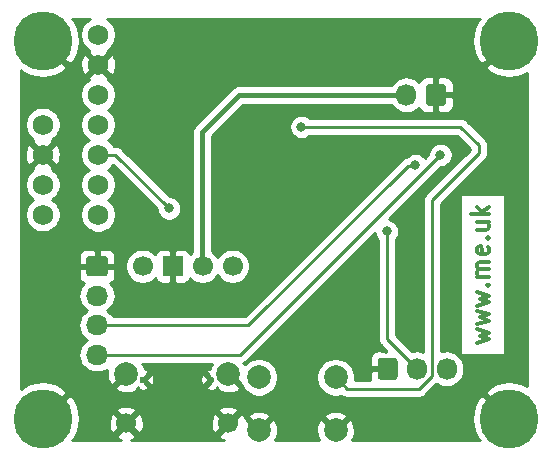
<source format=gbr>
%TF.GenerationSoftware,KiCad,Pcbnew,(5.1.9-0-10_14)*%
%TF.CreationDate,2021-03-08T13:23:50+00:00*%
%TF.ProjectId,EnvMon,456e764d-6f6e-42e6-9b69-6361645f7063,1*%
%TF.SameCoordinates,Original*%
%TF.FileFunction,Copper,L1,Top*%
%TF.FilePolarity,Positive*%
%FSLAX46Y46*%
G04 Gerber Fmt 4.6, Leading zero omitted, Abs format (unit mm)*
G04 Created by KiCad (PCBNEW (5.1.9-0-10_14)) date 2021-03-08 13:23:50*
%MOMM*%
%LPD*%
G01*
G04 APERTURE LIST*
%TA.AperFunction,NonConductor*%
%ADD10C,0.300000*%
%TD*%
%TA.AperFunction,ComponentPad*%
%ADD11O,1.850000X1.700000*%
%TD*%
%TA.AperFunction,ComponentPad*%
%ADD12C,1.700000*%
%TD*%
%TA.AperFunction,ComponentPad*%
%ADD13C,2.000000*%
%TD*%
%TA.AperFunction,ComponentPad*%
%ADD14C,0.600000*%
%TD*%
%TA.AperFunction,ComponentPad*%
%ADD15C,1.750000*%
%TD*%
%TA.AperFunction,ComponentPad*%
%ADD16C,5.000000*%
%TD*%
%TA.AperFunction,ComponentPad*%
%ADD17R,1.700000X1.700000*%
%TD*%
%TA.AperFunction,ComponentPad*%
%ADD18O,1.700000X1.850000*%
%TD*%
%TA.AperFunction,ViaPad*%
%ADD19C,0.800000*%
%TD*%
%TA.AperFunction,Conductor*%
%ADD20C,0.250000*%
%TD*%
%TA.AperFunction,Conductor*%
%ADD21C,0.400000*%
%TD*%
%TA.AperFunction,Conductor*%
%ADD22C,0.254000*%
%TD*%
%TA.AperFunction,Conductor*%
%ADD23C,0.100000*%
%TD*%
G04 APERTURE END LIST*
D10*
X159178571Y-106485714D02*
X160178571Y-106200000D01*
X159464285Y-105914285D01*
X160178571Y-105628571D01*
X159178571Y-105342857D01*
X159178571Y-104914285D02*
X160178571Y-104628571D01*
X159464285Y-104342857D01*
X160178571Y-104057142D01*
X159178571Y-103771428D01*
X159178571Y-103342857D02*
X160178571Y-103057142D01*
X159464285Y-102771428D01*
X160178571Y-102485714D01*
X159178571Y-102200000D01*
X160035714Y-101628571D02*
X160107142Y-101557142D01*
X160178571Y-101628571D01*
X160107142Y-101700000D01*
X160035714Y-101628571D01*
X160178571Y-101628571D01*
X160178571Y-100914285D02*
X159178571Y-100914285D01*
X159321428Y-100914285D02*
X159250000Y-100842857D01*
X159178571Y-100700000D01*
X159178571Y-100485714D01*
X159250000Y-100342857D01*
X159392857Y-100271428D01*
X160178571Y-100271428D01*
X159392857Y-100271428D02*
X159250000Y-100200000D01*
X159178571Y-100057142D01*
X159178571Y-99842857D01*
X159250000Y-99700000D01*
X159392857Y-99628571D01*
X160178571Y-99628571D01*
X160107142Y-98342857D02*
X160178571Y-98485714D01*
X160178571Y-98771428D01*
X160107142Y-98914285D01*
X159964285Y-98985714D01*
X159392857Y-98985714D01*
X159250000Y-98914285D01*
X159178571Y-98771428D01*
X159178571Y-98485714D01*
X159250000Y-98342857D01*
X159392857Y-98271428D01*
X159535714Y-98271428D01*
X159678571Y-98985714D01*
X160035714Y-97628571D02*
X160107142Y-97557142D01*
X160178571Y-97628571D01*
X160107142Y-97700000D01*
X160035714Y-97628571D01*
X160178571Y-97628571D01*
X159178571Y-96271428D02*
X160178571Y-96271428D01*
X159178571Y-96914285D02*
X159964285Y-96914285D01*
X160107142Y-96842857D01*
X160178571Y-96700000D01*
X160178571Y-96485714D01*
X160107142Y-96342857D01*
X160035714Y-96271428D01*
X160178571Y-95557142D02*
X158678571Y-95557142D01*
X159607142Y-95414285D02*
X160178571Y-94985714D01*
X159178571Y-94985714D02*
X159750000Y-95557142D01*
D11*
%TO.P,J2,4*%
%TO.N,Net-(J2-Pad4)*%
X127000000Y-107500000D03*
%TO.P,J2,3*%
%TO.N,Net-(J2-Pad3)*%
X127000000Y-105000000D03*
%TO.P,J2,2*%
%TO.N,+3V3*%
X127000000Y-102500000D03*
%TO.P,J2,1*%
%TO.N,GND*%
%TA.AperFunction,ComponentPad*%
G36*
G01*
X126325000Y-99150000D02*
X127675000Y-99150000D01*
G75*
G02*
X127925000Y-99400000I0J-250000D01*
G01*
X127925000Y-100600000D01*
G75*
G02*
X127675000Y-100850000I-250000J0D01*
G01*
X126325000Y-100850000D01*
G75*
G02*
X126075000Y-100600000I0J250000D01*
G01*
X126075000Y-99400000D01*
G75*
G02*
X126325000Y-99150000I250000J0D01*
G01*
G37*
%TD.AperFunction*%
%TD*%
D12*
%TO.P,J4,S1*%
%TO.N,GND*%
X129475000Y-113310000D03*
X138125000Y-113310000D03*
D13*
X129475000Y-109130000D03*
X138125000Y-109130000D03*
D14*
X130910000Y-109610000D03*
X136690000Y-109610000D03*
%TD*%
D15*
%TO.P,M1,7*%
%TO.N,Net-(M1-Pad7)*%
X127100000Y-95640000D03*
%TO.P,M1,6*%
%TO.N,Net-(M1-Pad6)*%
X127100000Y-93100000D03*
%TO.P,M1,5*%
%TO.N,Net-(M1-Pad5)*%
X127100000Y-90560000D03*
%TO.P,M1,4*%
%TO.N,Net-(M1-Pad4)*%
X127100000Y-88020000D03*
%TO.P,M1,3*%
%TO.N,Net-(M1-Pad3)*%
X127100000Y-85480000D03*
%TO.P,M1,2*%
%TO.N,GND*%
X127100000Y-82940000D03*
%TO.P,M1,1*%
%TO.N,+3V3*%
X127100000Y-80400000D03*
%TD*%
D16*
%TO.P,M2,S*%
%TO.N,GND*%
X122400000Y-80900000D03*
X122400000Y-112900000D03*
X161900000Y-112900000D03*
X161900000Y-80900000D03*
D15*
%TO.P,M2,5*%
%TO.N,Net-(M2-Pad5)*%
X122400000Y-95630000D03*
%TO.P,M2,4*%
%TO.N,Net-(M2-Pad4)*%
X122400000Y-93090000D03*
%TO.P,M2,2*%
%TO.N,GND*%
X122400000Y-90550000D03*
%TO.P,M2,1*%
%TO.N,+3V3*%
X122400000Y-88010000D03*
%TD*%
D12*
%TO.P,M3,4*%
%TO.N,+3V3*%
X130860000Y-100000000D03*
D17*
%TO.P,M3,3*%
%TO.N,GND*%
X133400000Y-100000000D03*
D12*
%TO.P,M3,2*%
%TO.N,/VBUS*%
X135940000Y-100000000D03*
%TO.P,M3,1*%
%TO.N,Net-(M3-Pad1)*%
X138480000Y-100000000D03*
%TD*%
D18*
%TO.P,J1,3*%
%TO.N,+3V3*%
X156600000Y-108700000D03*
%TO.P,J1,2*%
%TO.N,/TEMP*%
X154100000Y-108700000D03*
%TO.P,J1,1*%
%TO.N,GND*%
%TA.AperFunction,ComponentPad*%
G36*
G01*
X150750000Y-109375000D02*
X150750000Y-108025000D01*
G75*
G02*
X151000000Y-107775000I250000J0D01*
G01*
X152200000Y-107775000D01*
G75*
G02*
X152450000Y-108025000I0J-250000D01*
G01*
X152450000Y-109375000D01*
G75*
G02*
X152200000Y-109625000I-250000J0D01*
G01*
X151000000Y-109625000D01*
G75*
G02*
X150750000Y-109375000I0J250000D01*
G01*
G37*
%TD.AperFunction*%
%TD*%
%TO.P,J3,2*%
%TO.N,/VBUS*%
X153200000Y-85500000D03*
%TO.P,J3,1*%
%TO.N,GND*%
%TA.AperFunction,ComponentPad*%
G36*
G01*
X156550000Y-84825000D02*
X156550000Y-86175000D01*
G75*
G02*
X156300000Y-86425000I-250000J0D01*
G01*
X155100000Y-86425000D01*
G75*
G02*
X154850000Y-86175000I0J250000D01*
G01*
X154850000Y-84825000D01*
G75*
G02*
X155100000Y-84575000I250000J0D01*
G01*
X156300000Y-84575000D01*
G75*
G02*
X156550000Y-84825000I0J-250000D01*
G01*
G37*
%TD.AperFunction*%
%TD*%
D13*
%TO.P,SW1,1*%
%TO.N,Net-(SW1-Pad1)*%
X140700000Y-109400000D03*
%TO.P,SW1,2*%
%TO.N,GND*%
X140700000Y-113900000D03*
%TO.P,SW1,1*%
%TO.N,Net-(SW1-Pad1)*%
X147200000Y-109400000D03*
%TO.P,SW1,2*%
%TO.N,GND*%
X147200000Y-113900000D03*
%TD*%
D19*
%TO.N,/TEMP*%
X151550000Y-97050000D03*
%TO.N,Net-(SW1-Pad1)*%
X144300000Y-88200000D03*
%TO.N,Net-(J2-Pad4)*%
X156074180Y-90572490D03*
%TO.N,Net-(J2-Pad3)*%
X153950000Y-91450000D03*
%TO.N,Net-(M1-Pad5)*%
X133100000Y-95100000D03*
%TD*%
D20*
%TO.N,/TEMP*%
X151550000Y-106150000D02*
X154100000Y-108700000D01*
X151550000Y-97050000D02*
X151550000Y-106150000D01*
%TO.N,Net-(SW1-Pad1)*%
X157773002Y-88200000D02*
X144300000Y-88200000D01*
X159325001Y-90448001D02*
X159325001Y-89751999D01*
X155375010Y-94397992D02*
X159325001Y-90448001D01*
X147200000Y-109400000D02*
X148199999Y-110399999D01*
X154236716Y-110399999D02*
X155375010Y-109261705D01*
X159325001Y-89751999D02*
X157773002Y-88200000D01*
X148199999Y-110399999D02*
X154236716Y-110399999D01*
X155375010Y-109261705D02*
X155375010Y-94397992D01*
%TO.N,Net-(J2-Pad4)*%
X139146670Y-107500000D02*
X156074180Y-90572490D01*
X126900000Y-107500000D02*
X139146670Y-107500000D01*
%TO.N,Net-(J2-Pad3)*%
X139824680Y-105000000D02*
X153337340Y-91487340D01*
X126900000Y-105000000D02*
X139824680Y-105000000D01*
X153912660Y-91487340D02*
X153950000Y-91450000D01*
X153337340Y-91487340D02*
X153912660Y-91487340D01*
%TO.N,Net-(M1-Pad5)*%
X128560000Y-90560000D02*
X133100000Y-95100000D01*
X127100000Y-90560000D02*
X128560000Y-90560000D01*
D21*
%TO.N,/VBUS*%
X139041998Y-85500000D02*
X153300000Y-85500000D01*
X135870000Y-88671998D02*
X139041998Y-85500000D01*
X135870000Y-99930000D02*
X135870000Y-88671998D01*
%TD*%
D22*
%TO.N,GND*%
X126384747Y-79061856D02*
X126137431Y-79227107D01*
X125927107Y-79437431D01*
X125761856Y-79684747D01*
X125648029Y-79959549D01*
X125590000Y-80251278D01*
X125590000Y-80548722D01*
X125648029Y-80840451D01*
X125761856Y-81115253D01*
X125927107Y-81362569D01*
X126137431Y-81572893D01*
X126301153Y-81682288D01*
X126233365Y-81893760D01*
X127100000Y-82760395D01*
X127966635Y-81893760D01*
X127898847Y-81682288D01*
X128062569Y-81572893D01*
X128272893Y-81362569D01*
X128438144Y-81115253D01*
X128551971Y-80840451D01*
X128610000Y-80548722D01*
X128610000Y-80251278D01*
X128551971Y-79959549D01*
X128438144Y-79684747D01*
X128272893Y-79437431D01*
X128062569Y-79227107D01*
X127815253Y-79061856D01*
X127810772Y-79060000D01*
X159419069Y-79060000D01*
X159278882Y-79152627D01*
X158988351Y-79697557D01*
X158809713Y-80288696D01*
X158749832Y-80903328D01*
X158811010Y-81517831D01*
X158990897Y-82108592D01*
X159278882Y-82647373D01*
X159696852Y-82923543D01*
X161720395Y-80900000D01*
X161706253Y-80885858D01*
X161885858Y-80706253D01*
X161900000Y-80720395D01*
X161914143Y-80706253D01*
X162093748Y-80885858D01*
X162079605Y-80900000D01*
X162093748Y-80914143D01*
X161914143Y-81093748D01*
X161900000Y-81079605D01*
X159876457Y-83103148D01*
X160152627Y-83521118D01*
X160697557Y-83811649D01*
X161288696Y-83990287D01*
X161903328Y-84050168D01*
X162517831Y-83988990D01*
X163108592Y-83809103D01*
X163440000Y-83631961D01*
X163440001Y-110168321D01*
X163102443Y-109988351D01*
X162511304Y-109809713D01*
X161896672Y-109749832D01*
X161282169Y-109811010D01*
X160691408Y-109990897D01*
X160152627Y-110278882D01*
X159876457Y-110696852D01*
X161900000Y-112720395D01*
X161914143Y-112706253D01*
X162093748Y-112885858D01*
X162079605Y-112900000D01*
X162093748Y-112914143D01*
X161914143Y-113093748D01*
X161900000Y-113079605D01*
X161885858Y-113093748D01*
X161706253Y-112914143D01*
X161720395Y-112900000D01*
X159696852Y-110876457D01*
X159278882Y-111152627D01*
X158988351Y-111697557D01*
X158809713Y-112288696D01*
X158749832Y-112903328D01*
X158811010Y-113517831D01*
X158990897Y-114108592D01*
X159278882Y-114647373D01*
X159419069Y-114740000D01*
X148609565Y-114740000D01*
X148740704Y-114470429D01*
X148822384Y-114158892D01*
X148841718Y-113837405D01*
X148797961Y-113518325D01*
X148692795Y-113213912D01*
X148599814Y-113039956D01*
X148335413Y-112944192D01*
X147379605Y-113900000D01*
X147393748Y-113914143D01*
X147214143Y-114093748D01*
X147200000Y-114079605D01*
X147185858Y-114093748D01*
X147006253Y-113914143D01*
X147020395Y-113900000D01*
X146064587Y-112944192D01*
X145800186Y-113039956D01*
X145659296Y-113329571D01*
X145577616Y-113641108D01*
X145558282Y-113962595D01*
X145602039Y-114281675D01*
X145707205Y-114586088D01*
X145789472Y-114740000D01*
X142109565Y-114740000D01*
X142240704Y-114470429D01*
X142322384Y-114158892D01*
X142341718Y-113837405D01*
X142297961Y-113518325D01*
X142192795Y-113213912D01*
X142099814Y-113039956D01*
X141835413Y-112944192D01*
X140879605Y-113900000D01*
X140893748Y-113914143D01*
X140714143Y-114093748D01*
X140700000Y-114079605D01*
X140685858Y-114093748D01*
X140506253Y-113914143D01*
X140520395Y-113900000D01*
X139573807Y-112953412D01*
X139573599Y-112951981D01*
X139507213Y-112764587D01*
X139744192Y-112764587D01*
X140700000Y-113720395D01*
X141655808Y-112764587D01*
X146244192Y-112764587D01*
X147200000Y-113720395D01*
X148155808Y-112764587D01*
X148060044Y-112500186D01*
X147770429Y-112359296D01*
X147458892Y-112277616D01*
X147137405Y-112258282D01*
X146818325Y-112302039D01*
X146513912Y-112407205D01*
X146339956Y-112500186D01*
X146244192Y-112764587D01*
X141655808Y-112764587D01*
X141560044Y-112500186D01*
X141270429Y-112359296D01*
X140958892Y-112277616D01*
X140637405Y-112258282D01*
X140318325Y-112302039D01*
X140013912Y-112407205D01*
X139839956Y-112500186D01*
X139744192Y-112764587D01*
X139507213Y-112764587D01*
X139475919Y-112676253D01*
X139402472Y-112538843D01*
X139153397Y-112461208D01*
X138304605Y-113310000D01*
X138318748Y-113324143D01*
X138139143Y-113503748D01*
X138125000Y-113489605D01*
X137276208Y-114338397D01*
X137353843Y-114587472D01*
X137617883Y-114713371D01*
X137722792Y-114740000D01*
X129885520Y-114740000D01*
X130108747Y-114660919D01*
X130246157Y-114587472D01*
X130323792Y-114338397D01*
X129475000Y-113489605D01*
X128626208Y-114338397D01*
X128703843Y-114587472D01*
X128967883Y-114713371D01*
X129072792Y-114740000D01*
X124880931Y-114740000D01*
X125021118Y-114647373D01*
X125311649Y-114102443D01*
X125490287Y-113511304D01*
X125503222Y-113378531D01*
X127984389Y-113378531D01*
X128026401Y-113668019D01*
X128124081Y-113943747D01*
X128197528Y-114081157D01*
X128446603Y-114158792D01*
X129295395Y-113310000D01*
X129654605Y-113310000D01*
X130503397Y-114158792D01*
X130752472Y-114081157D01*
X130878371Y-113817117D01*
X130950339Y-113533589D01*
X130958445Y-113378531D01*
X136634389Y-113378531D01*
X136676401Y-113668019D01*
X136774081Y-113943747D01*
X136847528Y-114081157D01*
X137096603Y-114158792D01*
X137945395Y-113310000D01*
X137096603Y-112461208D01*
X136847528Y-112538843D01*
X136721629Y-112802883D01*
X136649661Y-113086411D01*
X136634389Y-113378531D01*
X130958445Y-113378531D01*
X130965611Y-113241469D01*
X130923599Y-112951981D01*
X130825919Y-112676253D01*
X130752472Y-112538843D01*
X130503397Y-112461208D01*
X129654605Y-113310000D01*
X129295395Y-113310000D01*
X128446603Y-112461208D01*
X128197528Y-112538843D01*
X128071629Y-112802883D01*
X127999661Y-113086411D01*
X127984389Y-113378531D01*
X125503222Y-113378531D01*
X125550168Y-112896672D01*
X125488990Y-112282169D01*
X125488818Y-112281603D01*
X128626208Y-112281603D01*
X129475000Y-113130395D01*
X130323792Y-112281603D01*
X137276208Y-112281603D01*
X138125000Y-113130395D01*
X138973792Y-112281603D01*
X138896157Y-112032528D01*
X138632117Y-111906629D01*
X138348589Y-111834661D01*
X138056469Y-111819389D01*
X137766981Y-111861401D01*
X137491253Y-111959081D01*
X137353843Y-112032528D01*
X137276208Y-112281603D01*
X130323792Y-112281603D01*
X130246157Y-112032528D01*
X129982117Y-111906629D01*
X129698589Y-111834661D01*
X129406469Y-111819389D01*
X129116981Y-111861401D01*
X128841253Y-111959081D01*
X128703843Y-112032528D01*
X128626208Y-112281603D01*
X125488818Y-112281603D01*
X125309103Y-111691408D01*
X125021118Y-111152627D01*
X124603148Y-110876457D01*
X122579605Y-112900000D01*
X122593748Y-112914143D01*
X122414143Y-113093748D01*
X122400000Y-113079605D01*
X122385858Y-113093748D01*
X122206253Y-112914143D01*
X122220395Y-112900000D01*
X122206253Y-112885858D01*
X122385858Y-112706253D01*
X122400000Y-112720395D01*
X124423543Y-110696852D01*
X124147373Y-110278882D01*
X123602443Y-109988351D01*
X123011304Y-109809713D01*
X122396672Y-109749832D01*
X121782169Y-109811010D01*
X121191408Y-109990897D01*
X120652627Y-110278882D01*
X120560000Y-110419069D01*
X120560000Y-102500000D01*
X125432815Y-102500000D01*
X125461487Y-102791111D01*
X125546401Y-103071034D01*
X125684294Y-103329014D01*
X125869866Y-103555134D01*
X126095986Y-103740706D01*
X126113374Y-103750000D01*
X126095986Y-103759294D01*
X125869866Y-103944866D01*
X125684294Y-104170986D01*
X125546401Y-104428966D01*
X125461487Y-104708889D01*
X125432815Y-105000000D01*
X125461487Y-105291111D01*
X125546401Y-105571034D01*
X125684294Y-105829014D01*
X125869866Y-106055134D01*
X126095986Y-106240706D01*
X126113374Y-106250000D01*
X126095986Y-106259294D01*
X125869866Y-106444866D01*
X125684294Y-106670986D01*
X125546401Y-106928966D01*
X125461487Y-107208889D01*
X125432815Y-107500000D01*
X125461487Y-107791111D01*
X125546401Y-108071034D01*
X125684294Y-108329014D01*
X125869866Y-108555134D01*
X126095986Y-108740706D01*
X126353966Y-108878599D01*
X126633889Y-108963513D01*
X126852050Y-108985000D01*
X127147950Y-108985000D01*
X127366111Y-108963513D01*
X127646034Y-108878599D01*
X127884001Y-108751403D01*
X127852616Y-108871108D01*
X127833282Y-109192595D01*
X127877039Y-109511675D01*
X127982205Y-109816088D01*
X128075186Y-109990044D01*
X128339587Y-110085808D01*
X129295395Y-109130000D01*
X129281253Y-109115858D01*
X129460858Y-108936253D01*
X129475000Y-108950395D01*
X129489143Y-108936253D01*
X129668748Y-109115858D01*
X129654605Y-109130000D01*
X129668748Y-109144143D01*
X129489143Y-109323748D01*
X129475000Y-109309605D01*
X128519192Y-110265413D01*
X128614956Y-110529814D01*
X128904571Y-110670704D01*
X129216108Y-110752384D01*
X129537595Y-110771718D01*
X129856675Y-110727961D01*
X130161088Y-110622795D01*
X130335044Y-110529814D01*
X130428885Y-110270723D01*
X130432500Y-110267108D01*
X130457660Y-110292268D01*
X130465575Y-110437763D01*
X130635603Y-110508562D01*
X130816176Y-110544828D01*
X131000355Y-110545171D01*
X131181061Y-110509574D01*
X131351351Y-110439408D01*
X131354425Y-110437763D01*
X131364936Y-110244541D01*
X130951926Y-109831531D01*
X131015704Y-109700429D01*
X131039413Y-109610000D01*
X131089605Y-109610000D01*
X131544541Y-110064936D01*
X131737763Y-110054425D01*
X131808562Y-109884397D01*
X131844828Y-109703824D01*
X131844834Y-109700355D01*
X135754829Y-109700355D01*
X135790426Y-109881061D01*
X135860592Y-110051351D01*
X135862237Y-110054425D01*
X136055459Y-110064936D01*
X136510395Y-109610000D01*
X136055459Y-109155064D01*
X135862237Y-109165575D01*
X135791438Y-109335603D01*
X135755172Y-109516176D01*
X135754829Y-109700355D01*
X131844834Y-109700355D01*
X131845171Y-109519645D01*
X131809574Y-109338939D01*
X131739408Y-109168649D01*
X131737763Y-109165575D01*
X131544541Y-109155064D01*
X131089605Y-109610000D01*
X131039413Y-109610000D01*
X131097384Y-109388892D01*
X131106719Y-109233676D01*
X131364936Y-108975459D01*
X131354425Y-108782237D01*
X131184397Y-108711438D01*
X131050959Y-108684639D01*
X130967795Y-108443912D01*
X130874814Y-108269956D01*
X130847326Y-108260000D01*
X136752674Y-108260000D01*
X136725186Y-108269956D01*
X136584296Y-108559571D01*
X136551596Y-108684294D01*
X136418939Y-108710426D01*
X136248649Y-108780592D01*
X136245575Y-108782237D01*
X136235064Y-108975459D01*
X136488222Y-109228617D01*
X136527039Y-109511675D01*
X136632205Y-109816088D01*
X136643112Y-109836493D01*
X136235064Y-110244541D01*
X136245575Y-110437763D01*
X136415603Y-110508562D01*
X136596176Y-110544828D01*
X136780355Y-110545171D01*
X136961061Y-110509574D01*
X137131351Y-110439408D01*
X137134425Y-110437763D01*
X137142340Y-110292268D01*
X137167500Y-110267108D01*
X137171115Y-110270723D01*
X137264956Y-110529814D01*
X137554571Y-110670704D01*
X137866108Y-110752384D01*
X138187595Y-110771718D01*
X138506675Y-110727961D01*
X138811088Y-110622795D01*
X138985044Y-110529814D01*
X139080808Y-110265413D01*
X138125000Y-109309605D01*
X138110858Y-109323748D01*
X137931253Y-109144143D01*
X137945395Y-109130000D01*
X137931253Y-109115858D01*
X138110858Y-108936253D01*
X138125000Y-108950395D01*
X138139143Y-108936253D01*
X138318748Y-109115858D01*
X138304605Y-109130000D01*
X139181795Y-110007190D01*
X139251082Y-110174463D01*
X139430013Y-110442252D01*
X139657748Y-110669987D01*
X139925537Y-110848918D01*
X140223088Y-110972168D01*
X140538967Y-111035000D01*
X140861033Y-111035000D01*
X141176912Y-110972168D01*
X141474463Y-110848918D01*
X141742252Y-110669987D01*
X141969987Y-110442252D01*
X142148918Y-110174463D01*
X142272168Y-109876912D01*
X142335000Y-109561033D01*
X142335000Y-109238967D01*
X142272168Y-108923088D01*
X142148918Y-108625537D01*
X141969987Y-108357748D01*
X141742252Y-108130013D01*
X141474463Y-107951082D01*
X141176912Y-107827832D01*
X140861033Y-107765000D01*
X140538967Y-107765000D01*
X140223088Y-107827832D01*
X139925537Y-107951082D01*
X139657748Y-108130013D01*
X139519669Y-108268092D01*
X139388884Y-108220723D01*
X139438917Y-108205546D01*
X139570946Y-108134974D01*
X139686671Y-108040001D01*
X139710474Y-108010997D01*
X150524047Y-97197424D01*
X150554774Y-97351898D01*
X150632795Y-97540256D01*
X150746063Y-97709774D01*
X150790000Y-97753711D01*
X150790001Y-106112668D01*
X150786324Y-106150000D01*
X150800998Y-106298985D01*
X150844454Y-106442246D01*
X150915026Y-106574276D01*
X150986201Y-106661002D01*
X151010000Y-106690001D01*
X151038998Y-106713799D01*
X151472998Y-107147799D01*
X151472998Y-107298748D01*
X151314250Y-107140000D01*
X150750000Y-107136928D01*
X150625518Y-107149188D01*
X150505820Y-107185498D01*
X150395506Y-107244463D01*
X150298815Y-107323815D01*
X150219463Y-107420506D01*
X150160498Y-107530820D01*
X150124188Y-107650518D01*
X150111928Y-107775000D01*
X150115000Y-108414250D01*
X150273750Y-108573000D01*
X151473000Y-108573000D01*
X151473000Y-108553000D01*
X151727000Y-108553000D01*
X151727000Y-108573000D01*
X151747000Y-108573000D01*
X151747000Y-108827000D01*
X151727000Y-108827000D01*
X151727000Y-108847000D01*
X151473000Y-108847000D01*
X151473000Y-108827000D01*
X150273750Y-108827000D01*
X150115000Y-108985750D01*
X150111928Y-109625000D01*
X150113405Y-109639999D01*
X148819293Y-109639999D01*
X148835000Y-109561033D01*
X148835000Y-109238967D01*
X148772168Y-108923088D01*
X148648918Y-108625537D01*
X148469987Y-108357748D01*
X148242252Y-108130013D01*
X147974463Y-107951082D01*
X147676912Y-107827832D01*
X147361033Y-107765000D01*
X147038967Y-107765000D01*
X146723088Y-107827832D01*
X146425537Y-107951082D01*
X146157748Y-108130013D01*
X145930013Y-108357748D01*
X145751082Y-108625537D01*
X145627832Y-108923088D01*
X145565000Y-109238967D01*
X145565000Y-109561033D01*
X145627832Y-109876912D01*
X145751082Y-110174463D01*
X145930013Y-110442252D01*
X146157748Y-110669987D01*
X146425537Y-110848918D01*
X146723088Y-110972168D01*
X147038967Y-111035000D01*
X147361033Y-111035000D01*
X147676912Y-110972168D01*
X147691721Y-110966034D01*
X147775722Y-111034973D01*
X147897378Y-111100000D01*
X147907752Y-111105545D01*
X148051013Y-111149002D01*
X148162666Y-111159999D01*
X148162675Y-111159999D01*
X148199998Y-111163675D01*
X148237321Y-111159999D01*
X154199394Y-111159999D01*
X154236716Y-111163675D01*
X154274038Y-111159999D01*
X154274049Y-111159999D01*
X154385702Y-111149002D01*
X154528963Y-111105545D01*
X154660992Y-111034973D01*
X154776717Y-110940000D01*
X154800520Y-110910997D01*
X155729697Y-109981820D01*
X155770987Y-110015706D01*
X156028967Y-110153599D01*
X156308890Y-110238513D01*
X156600000Y-110267185D01*
X156891111Y-110238513D01*
X157171034Y-110153599D01*
X157429014Y-110015706D01*
X157655134Y-109830134D01*
X157840706Y-109604013D01*
X157978599Y-109346033D01*
X158063513Y-109066110D01*
X158085000Y-108847949D01*
X158085000Y-108552050D01*
X158063513Y-108333889D01*
X157978599Y-108053966D01*
X157840706Y-107795986D01*
X157655134Y-107569866D01*
X157429013Y-107384294D01*
X157171033Y-107246401D01*
X156891110Y-107161487D01*
X156600000Y-107132815D01*
X156308889Y-107161487D01*
X156135010Y-107214233D01*
X156135010Y-94712793D01*
X156932803Y-93915000D01*
X157710000Y-93915000D01*
X157710000Y-107485000D01*
X161530000Y-107485000D01*
X161530000Y-93915000D01*
X157710000Y-93915000D01*
X156932803Y-93915000D01*
X159836005Y-91011799D01*
X159865002Y-90988002D01*
X159959975Y-90872277D01*
X160030547Y-90740248D01*
X160074004Y-90596987D01*
X160085001Y-90485334D01*
X160085001Y-90485324D01*
X160088677Y-90448001D01*
X160085001Y-90410678D01*
X160085001Y-89789321D01*
X160088677Y-89751998D01*
X160085001Y-89714675D01*
X160085001Y-89714666D01*
X160074004Y-89603013D01*
X160030547Y-89459752D01*
X159991717Y-89387107D01*
X159959975Y-89327722D01*
X159888800Y-89240996D01*
X159865002Y-89211998D01*
X159836004Y-89188200D01*
X158336806Y-87689003D01*
X158313003Y-87659999D01*
X158197278Y-87565026D01*
X158065249Y-87494454D01*
X157921988Y-87450997D01*
X157810335Y-87440000D01*
X157810324Y-87440000D01*
X157773002Y-87436324D01*
X157735680Y-87440000D01*
X145003711Y-87440000D01*
X144959774Y-87396063D01*
X144790256Y-87282795D01*
X144601898Y-87204774D01*
X144401939Y-87165000D01*
X144198061Y-87165000D01*
X143998102Y-87204774D01*
X143809744Y-87282795D01*
X143640226Y-87396063D01*
X143496063Y-87540226D01*
X143382795Y-87709744D01*
X143304774Y-87898102D01*
X143265000Y-88098061D01*
X143265000Y-88301939D01*
X143304774Y-88501898D01*
X143382795Y-88690256D01*
X143496063Y-88859774D01*
X143640226Y-89003937D01*
X143809744Y-89117205D01*
X143998102Y-89195226D01*
X144198061Y-89235000D01*
X144401939Y-89235000D01*
X144601898Y-89195226D01*
X144790256Y-89117205D01*
X144959774Y-89003937D01*
X145003711Y-88960000D01*
X157458201Y-88960000D01*
X158565001Y-90066801D01*
X158565001Y-90133199D01*
X154864008Y-93834193D01*
X154835010Y-93857991D01*
X154811212Y-93886989D01*
X154811211Y-93886990D01*
X154740036Y-93973716D01*
X154669464Y-94105746D01*
X154626008Y-94249007D01*
X154611334Y-94397992D01*
X154615011Y-94435324D01*
X154615010Y-107229407D01*
X154391110Y-107161487D01*
X154100000Y-107132815D01*
X153808889Y-107161487D01*
X153676461Y-107201659D01*
X152310000Y-105835199D01*
X152310000Y-97753711D01*
X152353937Y-97709774D01*
X152467205Y-97540256D01*
X152545226Y-97351898D01*
X152585000Y-97151939D01*
X152585000Y-96948061D01*
X152545226Y-96748102D01*
X152467205Y-96559744D01*
X152353937Y-96390226D01*
X152209774Y-96246063D01*
X152040256Y-96132795D01*
X151851898Y-96054774D01*
X151697424Y-96024047D01*
X156113982Y-91607490D01*
X156176119Y-91607490D01*
X156376078Y-91567716D01*
X156564436Y-91489695D01*
X156733954Y-91376427D01*
X156878117Y-91232264D01*
X156991385Y-91062746D01*
X157069406Y-90874388D01*
X157109180Y-90674429D01*
X157109180Y-90470551D01*
X157069406Y-90270592D01*
X156991385Y-90082234D01*
X156878117Y-89912716D01*
X156733954Y-89768553D01*
X156564436Y-89655285D01*
X156376078Y-89577264D01*
X156176119Y-89537490D01*
X155972241Y-89537490D01*
X155772282Y-89577264D01*
X155583924Y-89655285D01*
X155414406Y-89768553D01*
X155270243Y-89912716D01*
X155156975Y-90082234D01*
X155078954Y-90270592D01*
X155039180Y-90470551D01*
X155039180Y-90532688D01*
X154765034Y-90806834D01*
X154753937Y-90790226D01*
X154609774Y-90646063D01*
X154440256Y-90532795D01*
X154251898Y-90454774D01*
X154051939Y-90415000D01*
X153848061Y-90415000D01*
X153648102Y-90454774D01*
X153459744Y-90532795D01*
X153290226Y-90646063D01*
X153199001Y-90737288D01*
X153188354Y-90738337D01*
X153052741Y-90779474D01*
X153045093Y-90781794D01*
X152913063Y-90852366D01*
X152842838Y-90909999D01*
X152797339Y-90947339D01*
X152773541Y-90976337D01*
X139509879Y-104240000D01*
X128352595Y-104240000D01*
X128315706Y-104170986D01*
X128130134Y-103944866D01*
X127904014Y-103759294D01*
X127886626Y-103750000D01*
X127904014Y-103740706D01*
X128130134Y-103555134D01*
X128315706Y-103329014D01*
X128453599Y-103071034D01*
X128538513Y-102791111D01*
X128567185Y-102500000D01*
X128538513Y-102208889D01*
X128453599Y-101928966D01*
X128315706Y-101670986D01*
X128134392Y-101450055D01*
X128169180Y-101439502D01*
X128279494Y-101380537D01*
X128376185Y-101301185D01*
X128455537Y-101204494D01*
X128514502Y-101094180D01*
X128550812Y-100974482D01*
X128563072Y-100850000D01*
X128560000Y-100285750D01*
X128401250Y-100127000D01*
X127127000Y-100127000D01*
X127127000Y-100147000D01*
X126873000Y-100147000D01*
X126873000Y-100127000D01*
X125598750Y-100127000D01*
X125440000Y-100285750D01*
X125436928Y-100850000D01*
X125449188Y-100974482D01*
X125485498Y-101094180D01*
X125544463Y-101204494D01*
X125623815Y-101301185D01*
X125720506Y-101380537D01*
X125830820Y-101439502D01*
X125865608Y-101450055D01*
X125684294Y-101670986D01*
X125546401Y-101928966D01*
X125461487Y-102208889D01*
X125432815Y-102500000D01*
X120560000Y-102500000D01*
X120560000Y-99150000D01*
X125436928Y-99150000D01*
X125440000Y-99714250D01*
X125598750Y-99873000D01*
X126873000Y-99873000D01*
X126873000Y-98673750D01*
X127127000Y-98673750D01*
X127127000Y-99873000D01*
X128401250Y-99873000D01*
X128420510Y-99853740D01*
X129375000Y-99853740D01*
X129375000Y-100146260D01*
X129432068Y-100433158D01*
X129544010Y-100703411D01*
X129706525Y-100946632D01*
X129913368Y-101153475D01*
X130156589Y-101315990D01*
X130426842Y-101427932D01*
X130713740Y-101485000D01*
X131006260Y-101485000D01*
X131293158Y-101427932D01*
X131563411Y-101315990D01*
X131806632Y-101153475D01*
X131938487Y-101021620D01*
X131960498Y-101094180D01*
X132019463Y-101204494D01*
X132098815Y-101301185D01*
X132195506Y-101380537D01*
X132305820Y-101439502D01*
X132425518Y-101475812D01*
X132550000Y-101488072D01*
X133114250Y-101485000D01*
X133273000Y-101326250D01*
X133273000Y-100127000D01*
X133253000Y-100127000D01*
X133253000Y-99873000D01*
X133273000Y-99873000D01*
X133273000Y-98673750D01*
X133527000Y-98673750D01*
X133527000Y-99873000D01*
X133547000Y-99873000D01*
X133547000Y-100127000D01*
X133527000Y-100127000D01*
X133527000Y-101326250D01*
X133685750Y-101485000D01*
X134250000Y-101488072D01*
X134374482Y-101475812D01*
X134494180Y-101439502D01*
X134604494Y-101380537D01*
X134701185Y-101301185D01*
X134780537Y-101204494D01*
X134839502Y-101094180D01*
X134861513Y-101021620D01*
X134993368Y-101153475D01*
X135236589Y-101315990D01*
X135506842Y-101427932D01*
X135793740Y-101485000D01*
X136086260Y-101485000D01*
X136373158Y-101427932D01*
X136643411Y-101315990D01*
X136886632Y-101153475D01*
X137093475Y-100946632D01*
X137210000Y-100772240D01*
X137326525Y-100946632D01*
X137533368Y-101153475D01*
X137776589Y-101315990D01*
X138046842Y-101427932D01*
X138333740Y-101485000D01*
X138626260Y-101485000D01*
X138913158Y-101427932D01*
X139183411Y-101315990D01*
X139426632Y-101153475D01*
X139633475Y-100946632D01*
X139795990Y-100703411D01*
X139907932Y-100433158D01*
X139965000Y-100146260D01*
X139965000Y-99853740D01*
X139907932Y-99566842D01*
X139795990Y-99296589D01*
X139633475Y-99053368D01*
X139426632Y-98846525D01*
X139183411Y-98684010D01*
X138913158Y-98572068D01*
X138626260Y-98515000D01*
X138333740Y-98515000D01*
X138046842Y-98572068D01*
X137776589Y-98684010D01*
X137533368Y-98846525D01*
X137326525Y-99053368D01*
X137210000Y-99227760D01*
X137093475Y-99053368D01*
X136886632Y-98846525D01*
X136705000Y-98725162D01*
X136705000Y-89017865D01*
X139387867Y-86335000D01*
X151922406Y-86335000D01*
X151959294Y-86404013D01*
X152144866Y-86630134D01*
X152370986Y-86815706D01*
X152628966Y-86953599D01*
X152908889Y-87038513D01*
X153200000Y-87067185D01*
X153491110Y-87038513D01*
X153771033Y-86953599D01*
X154029013Y-86815706D01*
X154249945Y-86634392D01*
X154260498Y-86669180D01*
X154319463Y-86779494D01*
X154398815Y-86876185D01*
X154495506Y-86955537D01*
X154605820Y-87014502D01*
X154725518Y-87050812D01*
X154850000Y-87063072D01*
X155414250Y-87060000D01*
X155573000Y-86901250D01*
X155573000Y-85627000D01*
X155827000Y-85627000D01*
X155827000Y-86901250D01*
X155985750Y-87060000D01*
X156550000Y-87063072D01*
X156674482Y-87050812D01*
X156794180Y-87014502D01*
X156904494Y-86955537D01*
X157001185Y-86876185D01*
X157080537Y-86779494D01*
X157139502Y-86669180D01*
X157175812Y-86549482D01*
X157188072Y-86425000D01*
X157185000Y-85785750D01*
X157026250Y-85627000D01*
X155827000Y-85627000D01*
X155573000Y-85627000D01*
X155553000Y-85627000D01*
X155553000Y-85373000D01*
X155573000Y-85373000D01*
X155573000Y-84098750D01*
X155827000Y-84098750D01*
X155827000Y-85373000D01*
X157026250Y-85373000D01*
X157185000Y-85214250D01*
X157188072Y-84575000D01*
X157175812Y-84450518D01*
X157139502Y-84330820D01*
X157080537Y-84220506D01*
X157001185Y-84123815D01*
X156904494Y-84044463D01*
X156794180Y-83985498D01*
X156674482Y-83949188D01*
X156550000Y-83936928D01*
X155985750Y-83940000D01*
X155827000Y-84098750D01*
X155573000Y-84098750D01*
X155414250Y-83940000D01*
X154850000Y-83936928D01*
X154725518Y-83949188D01*
X154605820Y-83985498D01*
X154495506Y-84044463D01*
X154398815Y-84123815D01*
X154319463Y-84220506D01*
X154260498Y-84330820D01*
X154249945Y-84365608D01*
X154029014Y-84184294D01*
X153771034Y-84046401D01*
X153491111Y-83961487D01*
X153200000Y-83932815D01*
X152908890Y-83961487D01*
X152628967Y-84046401D01*
X152370987Y-84184294D01*
X152144866Y-84369866D01*
X151959294Y-84595986D01*
X151922405Y-84665000D01*
X139083016Y-84665000D01*
X139041998Y-84660960D01*
X139000980Y-84665000D01*
X139000979Y-84665000D01*
X138878309Y-84677082D01*
X138720911Y-84724828D01*
X138575852Y-84802364D01*
X138512975Y-84853966D01*
X138448707Y-84906709D01*
X138422561Y-84938568D01*
X135308574Y-88052557D01*
X135276710Y-88078707D01*
X135250562Y-88110569D01*
X135172364Y-88205853D01*
X135094828Y-88350912D01*
X135047082Y-88508310D01*
X135030960Y-88671998D01*
X135035001Y-88713027D01*
X135035000Y-98818707D01*
X134993368Y-98846525D01*
X134861513Y-98978380D01*
X134839502Y-98905820D01*
X134780537Y-98795506D01*
X134701185Y-98698815D01*
X134604494Y-98619463D01*
X134494180Y-98560498D01*
X134374482Y-98524188D01*
X134250000Y-98511928D01*
X133685750Y-98515000D01*
X133527000Y-98673750D01*
X133273000Y-98673750D01*
X133114250Y-98515000D01*
X132550000Y-98511928D01*
X132425518Y-98524188D01*
X132305820Y-98560498D01*
X132195506Y-98619463D01*
X132098815Y-98698815D01*
X132019463Y-98795506D01*
X131960498Y-98905820D01*
X131938487Y-98978380D01*
X131806632Y-98846525D01*
X131563411Y-98684010D01*
X131293158Y-98572068D01*
X131006260Y-98515000D01*
X130713740Y-98515000D01*
X130426842Y-98572068D01*
X130156589Y-98684010D01*
X129913368Y-98846525D01*
X129706525Y-99053368D01*
X129544010Y-99296589D01*
X129432068Y-99566842D01*
X129375000Y-99853740D01*
X128420510Y-99853740D01*
X128560000Y-99714250D01*
X128563072Y-99150000D01*
X128550812Y-99025518D01*
X128514502Y-98905820D01*
X128455537Y-98795506D01*
X128376185Y-98698815D01*
X128279494Y-98619463D01*
X128169180Y-98560498D01*
X128049482Y-98524188D01*
X127925000Y-98511928D01*
X127285750Y-98515000D01*
X127127000Y-98673750D01*
X126873000Y-98673750D01*
X126714250Y-98515000D01*
X126075000Y-98511928D01*
X125950518Y-98524188D01*
X125830820Y-98560498D01*
X125720506Y-98619463D01*
X125623815Y-98698815D01*
X125544463Y-98795506D01*
X125485498Y-98905820D01*
X125449188Y-99025518D01*
X125436928Y-99150000D01*
X120560000Y-99150000D01*
X120560000Y-92941278D01*
X120890000Y-92941278D01*
X120890000Y-93238722D01*
X120948029Y-93530451D01*
X121061856Y-93805253D01*
X121227107Y-94052569D01*
X121437431Y-94262893D01*
X121582762Y-94360000D01*
X121437431Y-94457107D01*
X121227107Y-94667431D01*
X121061856Y-94914747D01*
X120948029Y-95189549D01*
X120890000Y-95481278D01*
X120890000Y-95778722D01*
X120948029Y-96070451D01*
X121061856Y-96345253D01*
X121227107Y-96592569D01*
X121437431Y-96802893D01*
X121684747Y-96968144D01*
X121959549Y-97081971D01*
X122251278Y-97140000D01*
X122548722Y-97140000D01*
X122840451Y-97081971D01*
X123115253Y-96968144D01*
X123362569Y-96802893D01*
X123572893Y-96592569D01*
X123738144Y-96345253D01*
X123851971Y-96070451D01*
X123910000Y-95778722D01*
X123910000Y-95481278D01*
X123851971Y-95189549D01*
X123738144Y-94914747D01*
X123572893Y-94667431D01*
X123362569Y-94457107D01*
X123217238Y-94360000D01*
X123362569Y-94262893D01*
X123572893Y-94052569D01*
X123738144Y-93805253D01*
X123851971Y-93530451D01*
X123910000Y-93238722D01*
X123910000Y-92941278D01*
X123851971Y-92649549D01*
X123738144Y-92374747D01*
X123572893Y-92127431D01*
X123362569Y-91917107D01*
X123198847Y-91807712D01*
X123266635Y-91596240D01*
X122400000Y-90729605D01*
X121533365Y-91596240D01*
X121601153Y-91807712D01*
X121437431Y-91917107D01*
X121227107Y-92127431D01*
X121061856Y-92374747D01*
X120948029Y-92649549D01*
X120890000Y-92941278D01*
X120560000Y-92941278D01*
X120560000Y-90617543D01*
X120884196Y-90617543D01*
X120926499Y-90911963D01*
X121025428Y-91192474D01*
X121102132Y-91335975D01*
X121353760Y-91416635D01*
X122220395Y-90550000D01*
X122579605Y-90550000D01*
X123446240Y-91416635D01*
X123697868Y-91335975D01*
X123826267Y-91067671D01*
X123899855Y-90779474D01*
X123915804Y-90482457D01*
X123873501Y-90188037D01*
X123774572Y-89907526D01*
X123697868Y-89764025D01*
X123446240Y-89683365D01*
X122579605Y-90550000D01*
X122220395Y-90550000D01*
X121353760Y-89683365D01*
X121102132Y-89764025D01*
X120973733Y-90032329D01*
X120900145Y-90320526D01*
X120884196Y-90617543D01*
X120560000Y-90617543D01*
X120560000Y-87861278D01*
X120890000Y-87861278D01*
X120890000Y-88158722D01*
X120948029Y-88450451D01*
X121061856Y-88725253D01*
X121227107Y-88972569D01*
X121437431Y-89182893D01*
X121601153Y-89292288D01*
X121533365Y-89503760D01*
X122400000Y-90370395D01*
X123266635Y-89503760D01*
X123198847Y-89292288D01*
X123362569Y-89182893D01*
X123572893Y-88972569D01*
X123738144Y-88725253D01*
X123851971Y-88450451D01*
X123910000Y-88158722D01*
X123910000Y-87861278D01*
X123851971Y-87569549D01*
X123738144Y-87294747D01*
X123572893Y-87047431D01*
X123362569Y-86837107D01*
X123115253Y-86671856D01*
X122840451Y-86558029D01*
X122548722Y-86500000D01*
X122251278Y-86500000D01*
X121959549Y-86558029D01*
X121684747Y-86671856D01*
X121437431Y-86837107D01*
X121227107Y-87047431D01*
X121061856Y-87294747D01*
X120948029Y-87569549D01*
X120890000Y-87861278D01*
X120560000Y-87861278D01*
X120560000Y-85331278D01*
X125590000Y-85331278D01*
X125590000Y-85628722D01*
X125648029Y-85920451D01*
X125761856Y-86195253D01*
X125927107Y-86442569D01*
X126137431Y-86652893D01*
X126282762Y-86750000D01*
X126137431Y-86847107D01*
X125927107Y-87057431D01*
X125761856Y-87304747D01*
X125648029Y-87579549D01*
X125590000Y-87871278D01*
X125590000Y-88168722D01*
X125648029Y-88460451D01*
X125761856Y-88735253D01*
X125927107Y-88982569D01*
X126137431Y-89192893D01*
X126282762Y-89290000D01*
X126137431Y-89387107D01*
X125927107Y-89597431D01*
X125761856Y-89844747D01*
X125648029Y-90119549D01*
X125590000Y-90411278D01*
X125590000Y-90708722D01*
X125648029Y-91000451D01*
X125761856Y-91275253D01*
X125927107Y-91522569D01*
X126137431Y-91732893D01*
X126282762Y-91830000D01*
X126137431Y-91927107D01*
X125927107Y-92137431D01*
X125761856Y-92384747D01*
X125648029Y-92659549D01*
X125590000Y-92951278D01*
X125590000Y-93248722D01*
X125648029Y-93540451D01*
X125761856Y-93815253D01*
X125927107Y-94062569D01*
X126137431Y-94272893D01*
X126282762Y-94370000D01*
X126137431Y-94467107D01*
X125927107Y-94677431D01*
X125761856Y-94924747D01*
X125648029Y-95199549D01*
X125590000Y-95491278D01*
X125590000Y-95788722D01*
X125648029Y-96080451D01*
X125761856Y-96355253D01*
X125927107Y-96602569D01*
X126137431Y-96812893D01*
X126384747Y-96978144D01*
X126659549Y-97091971D01*
X126951278Y-97150000D01*
X127248722Y-97150000D01*
X127540451Y-97091971D01*
X127815253Y-96978144D01*
X128062569Y-96812893D01*
X128272893Y-96602569D01*
X128438144Y-96355253D01*
X128551971Y-96080451D01*
X128610000Y-95788722D01*
X128610000Y-95491278D01*
X128551971Y-95199549D01*
X128438144Y-94924747D01*
X128272893Y-94677431D01*
X128062569Y-94467107D01*
X127917238Y-94370000D01*
X128062569Y-94272893D01*
X128272893Y-94062569D01*
X128438144Y-93815253D01*
X128551971Y-93540451D01*
X128610000Y-93248722D01*
X128610000Y-92951278D01*
X128551971Y-92659549D01*
X128438144Y-92384747D01*
X128272893Y-92137431D01*
X128062569Y-91927107D01*
X127917238Y-91830000D01*
X128062569Y-91732893D01*
X128272893Y-91522569D01*
X128342938Y-91417739D01*
X132065000Y-95139802D01*
X132065000Y-95201939D01*
X132104774Y-95401898D01*
X132182795Y-95590256D01*
X132296063Y-95759774D01*
X132440226Y-95903937D01*
X132609744Y-96017205D01*
X132798102Y-96095226D01*
X132998061Y-96135000D01*
X133201939Y-96135000D01*
X133401898Y-96095226D01*
X133590256Y-96017205D01*
X133759774Y-95903937D01*
X133903937Y-95759774D01*
X134017205Y-95590256D01*
X134095226Y-95401898D01*
X134135000Y-95201939D01*
X134135000Y-94998061D01*
X134095226Y-94798102D01*
X134017205Y-94609744D01*
X133903937Y-94440226D01*
X133759774Y-94296063D01*
X133590256Y-94182795D01*
X133401898Y-94104774D01*
X133201939Y-94065000D01*
X133139802Y-94065000D01*
X129123804Y-90049003D01*
X129100001Y-90019999D01*
X128984276Y-89925026D01*
X128852247Y-89854454D01*
X128708986Y-89810997D01*
X128597333Y-89800000D01*
X128597322Y-89800000D01*
X128560000Y-89796324D01*
X128522678Y-89800000D01*
X128408245Y-89800000D01*
X128272893Y-89597431D01*
X128062569Y-89387107D01*
X127917238Y-89290000D01*
X128062569Y-89192893D01*
X128272893Y-88982569D01*
X128438144Y-88735253D01*
X128551971Y-88460451D01*
X128610000Y-88168722D01*
X128610000Y-87871278D01*
X128551971Y-87579549D01*
X128438144Y-87304747D01*
X128272893Y-87057431D01*
X128062569Y-86847107D01*
X127917238Y-86750000D01*
X128062569Y-86652893D01*
X128272893Y-86442569D01*
X128438144Y-86195253D01*
X128551971Y-85920451D01*
X128610000Y-85628722D01*
X128610000Y-85331278D01*
X128551971Y-85039549D01*
X128438144Y-84764747D01*
X128272893Y-84517431D01*
X128062569Y-84307107D01*
X127898847Y-84197712D01*
X127966635Y-83986240D01*
X127100000Y-83119605D01*
X126233365Y-83986240D01*
X126301153Y-84197712D01*
X126137431Y-84307107D01*
X125927107Y-84517431D01*
X125761856Y-84764747D01*
X125648029Y-85039549D01*
X125590000Y-85331278D01*
X120560000Y-85331278D01*
X120560000Y-83380931D01*
X120652627Y-83521118D01*
X121197557Y-83811649D01*
X121788696Y-83990287D01*
X122403328Y-84050168D01*
X123017831Y-83988990D01*
X123608592Y-83809103D01*
X124147373Y-83521118D01*
X124423543Y-83103148D01*
X124327938Y-83007543D01*
X125584196Y-83007543D01*
X125626499Y-83301963D01*
X125725428Y-83582474D01*
X125802132Y-83725975D01*
X126053760Y-83806635D01*
X126920395Y-82940000D01*
X127279605Y-82940000D01*
X128146240Y-83806635D01*
X128397868Y-83725975D01*
X128526267Y-83457671D01*
X128599855Y-83169474D01*
X128615804Y-82872457D01*
X128573501Y-82578037D01*
X128474572Y-82297526D01*
X128397868Y-82154025D01*
X128146240Y-82073365D01*
X127279605Y-82940000D01*
X126920395Y-82940000D01*
X126053760Y-82073365D01*
X125802132Y-82154025D01*
X125673733Y-82422329D01*
X125600145Y-82710526D01*
X125584196Y-83007543D01*
X124327938Y-83007543D01*
X122400000Y-81079605D01*
X122385858Y-81093748D01*
X122206253Y-80914143D01*
X122220395Y-80900000D01*
X122206253Y-80885858D01*
X122385858Y-80706253D01*
X122400000Y-80720395D01*
X122414143Y-80706253D01*
X122593748Y-80885858D01*
X122579605Y-80900000D01*
X124603148Y-82923543D01*
X125021118Y-82647373D01*
X125311649Y-82102443D01*
X125490287Y-81511304D01*
X125550168Y-80896672D01*
X125488990Y-80282169D01*
X125309103Y-79691408D01*
X125021118Y-79152627D01*
X124880931Y-79060000D01*
X126389228Y-79060000D01*
X126384747Y-79061856D01*
%TA.AperFunction,Conductor*%
D23*
G36*
X126384747Y-79061856D02*
G01*
X126137431Y-79227107D01*
X125927107Y-79437431D01*
X125761856Y-79684747D01*
X125648029Y-79959549D01*
X125590000Y-80251278D01*
X125590000Y-80548722D01*
X125648029Y-80840451D01*
X125761856Y-81115253D01*
X125927107Y-81362569D01*
X126137431Y-81572893D01*
X126301153Y-81682288D01*
X126233365Y-81893760D01*
X127100000Y-82760395D01*
X127966635Y-81893760D01*
X127898847Y-81682288D01*
X128062569Y-81572893D01*
X128272893Y-81362569D01*
X128438144Y-81115253D01*
X128551971Y-80840451D01*
X128610000Y-80548722D01*
X128610000Y-80251278D01*
X128551971Y-79959549D01*
X128438144Y-79684747D01*
X128272893Y-79437431D01*
X128062569Y-79227107D01*
X127815253Y-79061856D01*
X127810772Y-79060000D01*
X159419069Y-79060000D01*
X159278882Y-79152627D01*
X158988351Y-79697557D01*
X158809713Y-80288696D01*
X158749832Y-80903328D01*
X158811010Y-81517831D01*
X158990897Y-82108592D01*
X159278882Y-82647373D01*
X159696852Y-82923543D01*
X161720395Y-80900000D01*
X161706253Y-80885858D01*
X161885858Y-80706253D01*
X161900000Y-80720395D01*
X161914143Y-80706253D01*
X162093748Y-80885858D01*
X162079605Y-80900000D01*
X162093748Y-80914143D01*
X161914143Y-81093748D01*
X161900000Y-81079605D01*
X159876457Y-83103148D01*
X160152627Y-83521118D01*
X160697557Y-83811649D01*
X161288696Y-83990287D01*
X161903328Y-84050168D01*
X162517831Y-83988990D01*
X163108592Y-83809103D01*
X163440000Y-83631961D01*
X163440001Y-110168321D01*
X163102443Y-109988351D01*
X162511304Y-109809713D01*
X161896672Y-109749832D01*
X161282169Y-109811010D01*
X160691408Y-109990897D01*
X160152627Y-110278882D01*
X159876457Y-110696852D01*
X161900000Y-112720395D01*
X161914143Y-112706253D01*
X162093748Y-112885858D01*
X162079605Y-112900000D01*
X162093748Y-112914143D01*
X161914143Y-113093748D01*
X161900000Y-113079605D01*
X161885858Y-113093748D01*
X161706253Y-112914143D01*
X161720395Y-112900000D01*
X159696852Y-110876457D01*
X159278882Y-111152627D01*
X158988351Y-111697557D01*
X158809713Y-112288696D01*
X158749832Y-112903328D01*
X158811010Y-113517831D01*
X158990897Y-114108592D01*
X159278882Y-114647373D01*
X159419069Y-114740000D01*
X148609565Y-114740000D01*
X148740704Y-114470429D01*
X148822384Y-114158892D01*
X148841718Y-113837405D01*
X148797961Y-113518325D01*
X148692795Y-113213912D01*
X148599814Y-113039956D01*
X148335413Y-112944192D01*
X147379605Y-113900000D01*
X147393748Y-113914143D01*
X147214143Y-114093748D01*
X147200000Y-114079605D01*
X147185858Y-114093748D01*
X147006253Y-113914143D01*
X147020395Y-113900000D01*
X146064587Y-112944192D01*
X145800186Y-113039956D01*
X145659296Y-113329571D01*
X145577616Y-113641108D01*
X145558282Y-113962595D01*
X145602039Y-114281675D01*
X145707205Y-114586088D01*
X145789472Y-114740000D01*
X142109565Y-114740000D01*
X142240704Y-114470429D01*
X142322384Y-114158892D01*
X142341718Y-113837405D01*
X142297961Y-113518325D01*
X142192795Y-113213912D01*
X142099814Y-113039956D01*
X141835413Y-112944192D01*
X140879605Y-113900000D01*
X140893748Y-113914143D01*
X140714143Y-114093748D01*
X140700000Y-114079605D01*
X140685858Y-114093748D01*
X140506253Y-113914143D01*
X140520395Y-113900000D01*
X139573807Y-112953412D01*
X139573599Y-112951981D01*
X139507213Y-112764587D01*
X139744192Y-112764587D01*
X140700000Y-113720395D01*
X141655808Y-112764587D01*
X146244192Y-112764587D01*
X147200000Y-113720395D01*
X148155808Y-112764587D01*
X148060044Y-112500186D01*
X147770429Y-112359296D01*
X147458892Y-112277616D01*
X147137405Y-112258282D01*
X146818325Y-112302039D01*
X146513912Y-112407205D01*
X146339956Y-112500186D01*
X146244192Y-112764587D01*
X141655808Y-112764587D01*
X141560044Y-112500186D01*
X141270429Y-112359296D01*
X140958892Y-112277616D01*
X140637405Y-112258282D01*
X140318325Y-112302039D01*
X140013912Y-112407205D01*
X139839956Y-112500186D01*
X139744192Y-112764587D01*
X139507213Y-112764587D01*
X139475919Y-112676253D01*
X139402472Y-112538843D01*
X139153397Y-112461208D01*
X138304605Y-113310000D01*
X138318748Y-113324143D01*
X138139143Y-113503748D01*
X138125000Y-113489605D01*
X137276208Y-114338397D01*
X137353843Y-114587472D01*
X137617883Y-114713371D01*
X137722792Y-114740000D01*
X129885520Y-114740000D01*
X130108747Y-114660919D01*
X130246157Y-114587472D01*
X130323792Y-114338397D01*
X129475000Y-113489605D01*
X128626208Y-114338397D01*
X128703843Y-114587472D01*
X128967883Y-114713371D01*
X129072792Y-114740000D01*
X124880931Y-114740000D01*
X125021118Y-114647373D01*
X125311649Y-114102443D01*
X125490287Y-113511304D01*
X125503222Y-113378531D01*
X127984389Y-113378531D01*
X128026401Y-113668019D01*
X128124081Y-113943747D01*
X128197528Y-114081157D01*
X128446603Y-114158792D01*
X129295395Y-113310000D01*
X129654605Y-113310000D01*
X130503397Y-114158792D01*
X130752472Y-114081157D01*
X130878371Y-113817117D01*
X130950339Y-113533589D01*
X130958445Y-113378531D01*
X136634389Y-113378531D01*
X136676401Y-113668019D01*
X136774081Y-113943747D01*
X136847528Y-114081157D01*
X137096603Y-114158792D01*
X137945395Y-113310000D01*
X137096603Y-112461208D01*
X136847528Y-112538843D01*
X136721629Y-112802883D01*
X136649661Y-113086411D01*
X136634389Y-113378531D01*
X130958445Y-113378531D01*
X130965611Y-113241469D01*
X130923599Y-112951981D01*
X130825919Y-112676253D01*
X130752472Y-112538843D01*
X130503397Y-112461208D01*
X129654605Y-113310000D01*
X129295395Y-113310000D01*
X128446603Y-112461208D01*
X128197528Y-112538843D01*
X128071629Y-112802883D01*
X127999661Y-113086411D01*
X127984389Y-113378531D01*
X125503222Y-113378531D01*
X125550168Y-112896672D01*
X125488990Y-112282169D01*
X125488818Y-112281603D01*
X128626208Y-112281603D01*
X129475000Y-113130395D01*
X130323792Y-112281603D01*
X137276208Y-112281603D01*
X138125000Y-113130395D01*
X138973792Y-112281603D01*
X138896157Y-112032528D01*
X138632117Y-111906629D01*
X138348589Y-111834661D01*
X138056469Y-111819389D01*
X137766981Y-111861401D01*
X137491253Y-111959081D01*
X137353843Y-112032528D01*
X137276208Y-112281603D01*
X130323792Y-112281603D01*
X130246157Y-112032528D01*
X129982117Y-111906629D01*
X129698589Y-111834661D01*
X129406469Y-111819389D01*
X129116981Y-111861401D01*
X128841253Y-111959081D01*
X128703843Y-112032528D01*
X128626208Y-112281603D01*
X125488818Y-112281603D01*
X125309103Y-111691408D01*
X125021118Y-111152627D01*
X124603148Y-110876457D01*
X122579605Y-112900000D01*
X122593748Y-112914143D01*
X122414143Y-113093748D01*
X122400000Y-113079605D01*
X122385858Y-113093748D01*
X122206253Y-112914143D01*
X122220395Y-112900000D01*
X122206253Y-112885858D01*
X122385858Y-112706253D01*
X122400000Y-112720395D01*
X124423543Y-110696852D01*
X124147373Y-110278882D01*
X123602443Y-109988351D01*
X123011304Y-109809713D01*
X122396672Y-109749832D01*
X121782169Y-109811010D01*
X121191408Y-109990897D01*
X120652627Y-110278882D01*
X120560000Y-110419069D01*
X120560000Y-102500000D01*
X125432815Y-102500000D01*
X125461487Y-102791111D01*
X125546401Y-103071034D01*
X125684294Y-103329014D01*
X125869866Y-103555134D01*
X126095986Y-103740706D01*
X126113374Y-103750000D01*
X126095986Y-103759294D01*
X125869866Y-103944866D01*
X125684294Y-104170986D01*
X125546401Y-104428966D01*
X125461487Y-104708889D01*
X125432815Y-105000000D01*
X125461487Y-105291111D01*
X125546401Y-105571034D01*
X125684294Y-105829014D01*
X125869866Y-106055134D01*
X126095986Y-106240706D01*
X126113374Y-106250000D01*
X126095986Y-106259294D01*
X125869866Y-106444866D01*
X125684294Y-106670986D01*
X125546401Y-106928966D01*
X125461487Y-107208889D01*
X125432815Y-107500000D01*
X125461487Y-107791111D01*
X125546401Y-108071034D01*
X125684294Y-108329014D01*
X125869866Y-108555134D01*
X126095986Y-108740706D01*
X126353966Y-108878599D01*
X126633889Y-108963513D01*
X126852050Y-108985000D01*
X127147950Y-108985000D01*
X127366111Y-108963513D01*
X127646034Y-108878599D01*
X127884001Y-108751403D01*
X127852616Y-108871108D01*
X127833282Y-109192595D01*
X127877039Y-109511675D01*
X127982205Y-109816088D01*
X128075186Y-109990044D01*
X128339587Y-110085808D01*
X129295395Y-109130000D01*
X129281253Y-109115858D01*
X129460858Y-108936253D01*
X129475000Y-108950395D01*
X129489143Y-108936253D01*
X129668748Y-109115858D01*
X129654605Y-109130000D01*
X129668748Y-109144143D01*
X129489143Y-109323748D01*
X129475000Y-109309605D01*
X128519192Y-110265413D01*
X128614956Y-110529814D01*
X128904571Y-110670704D01*
X129216108Y-110752384D01*
X129537595Y-110771718D01*
X129856675Y-110727961D01*
X130161088Y-110622795D01*
X130335044Y-110529814D01*
X130428885Y-110270723D01*
X130432500Y-110267108D01*
X130457660Y-110292268D01*
X130465575Y-110437763D01*
X130635603Y-110508562D01*
X130816176Y-110544828D01*
X131000355Y-110545171D01*
X131181061Y-110509574D01*
X131351351Y-110439408D01*
X131354425Y-110437763D01*
X131364936Y-110244541D01*
X130951926Y-109831531D01*
X131015704Y-109700429D01*
X131039413Y-109610000D01*
X131089605Y-109610000D01*
X131544541Y-110064936D01*
X131737763Y-110054425D01*
X131808562Y-109884397D01*
X131844828Y-109703824D01*
X131844834Y-109700355D01*
X135754829Y-109700355D01*
X135790426Y-109881061D01*
X135860592Y-110051351D01*
X135862237Y-110054425D01*
X136055459Y-110064936D01*
X136510395Y-109610000D01*
X136055459Y-109155064D01*
X135862237Y-109165575D01*
X135791438Y-109335603D01*
X135755172Y-109516176D01*
X135754829Y-109700355D01*
X131844834Y-109700355D01*
X131845171Y-109519645D01*
X131809574Y-109338939D01*
X131739408Y-109168649D01*
X131737763Y-109165575D01*
X131544541Y-109155064D01*
X131089605Y-109610000D01*
X131039413Y-109610000D01*
X131097384Y-109388892D01*
X131106719Y-109233676D01*
X131364936Y-108975459D01*
X131354425Y-108782237D01*
X131184397Y-108711438D01*
X131050959Y-108684639D01*
X130967795Y-108443912D01*
X130874814Y-108269956D01*
X130847326Y-108260000D01*
X136752674Y-108260000D01*
X136725186Y-108269956D01*
X136584296Y-108559571D01*
X136551596Y-108684294D01*
X136418939Y-108710426D01*
X136248649Y-108780592D01*
X136245575Y-108782237D01*
X136235064Y-108975459D01*
X136488222Y-109228617D01*
X136527039Y-109511675D01*
X136632205Y-109816088D01*
X136643112Y-109836493D01*
X136235064Y-110244541D01*
X136245575Y-110437763D01*
X136415603Y-110508562D01*
X136596176Y-110544828D01*
X136780355Y-110545171D01*
X136961061Y-110509574D01*
X137131351Y-110439408D01*
X137134425Y-110437763D01*
X137142340Y-110292268D01*
X137167500Y-110267108D01*
X137171115Y-110270723D01*
X137264956Y-110529814D01*
X137554571Y-110670704D01*
X137866108Y-110752384D01*
X138187595Y-110771718D01*
X138506675Y-110727961D01*
X138811088Y-110622795D01*
X138985044Y-110529814D01*
X139080808Y-110265413D01*
X138125000Y-109309605D01*
X138110858Y-109323748D01*
X137931253Y-109144143D01*
X137945395Y-109130000D01*
X137931253Y-109115858D01*
X138110858Y-108936253D01*
X138125000Y-108950395D01*
X138139143Y-108936253D01*
X138318748Y-109115858D01*
X138304605Y-109130000D01*
X139181795Y-110007190D01*
X139251082Y-110174463D01*
X139430013Y-110442252D01*
X139657748Y-110669987D01*
X139925537Y-110848918D01*
X140223088Y-110972168D01*
X140538967Y-111035000D01*
X140861033Y-111035000D01*
X141176912Y-110972168D01*
X141474463Y-110848918D01*
X141742252Y-110669987D01*
X141969987Y-110442252D01*
X142148918Y-110174463D01*
X142272168Y-109876912D01*
X142335000Y-109561033D01*
X142335000Y-109238967D01*
X142272168Y-108923088D01*
X142148918Y-108625537D01*
X141969987Y-108357748D01*
X141742252Y-108130013D01*
X141474463Y-107951082D01*
X141176912Y-107827832D01*
X140861033Y-107765000D01*
X140538967Y-107765000D01*
X140223088Y-107827832D01*
X139925537Y-107951082D01*
X139657748Y-108130013D01*
X139519669Y-108268092D01*
X139388884Y-108220723D01*
X139438917Y-108205546D01*
X139570946Y-108134974D01*
X139686671Y-108040001D01*
X139710474Y-108010997D01*
X150524047Y-97197424D01*
X150554774Y-97351898D01*
X150632795Y-97540256D01*
X150746063Y-97709774D01*
X150790000Y-97753711D01*
X150790001Y-106112668D01*
X150786324Y-106150000D01*
X150800998Y-106298985D01*
X150844454Y-106442246D01*
X150915026Y-106574276D01*
X150986201Y-106661002D01*
X151010000Y-106690001D01*
X151038998Y-106713799D01*
X151472998Y-107147799D01*
X151472998Y-107298748D01*
X151314250Y-107140000D01*
X150750000Y-107136928D01*
X150625518Y-107149188D01*
X150505820Y-107185498D01*
X150395506Y-107244463D01*
X150298815Y-107323815D01*
X150219463Y-107420506D01*
X150160498Y-107530820D01*
X150124188Y-107650518D01*
X150111928Y-107775000D01*
X150115000Y-108414250D01*
X150273750Y-108573000D01*
X151473000Y-108573000D01*
X151473000Y-108553000D01*
X151727000Y-108553000D01*
X151727000Y-108573000D01*
X151747000Y-108573000D01*
X151747000Y-108827000D01*
X151727000Y-108827000D01*
X151727000Y-108847000D01*
X151473000Y-108847000D01*
X151473000Y-108827000D01*
X150273750Y-108827000D01*
X150115000Y-108985750D01*
X150111928Y-109625000D01*
X150113405Y-109639999D01*
X148819293Y-109639999D01*
X148835000Y-109561033D01*
X148835000Y-109238967D01*
X148772168Y-108923088D01*
X148648918Y-108625537D01*
X148469987Y-108357748D01*
X148242252Y-108130013D01*
X147974463Y-107951082D01*
X147676912Y-107827832D01*
X147361033Y-107765000D01*
X147038967Y-107765000D01*
X146723088Y-107827832D01*
X146425537Y-107951082D01*
X146157748Y-108130013D01*
X145930013Y-108357748D01*
X145751082Y-108625537D01*
X145627832Y-108923088D01*
X145565000Y-109238967D01*
X145565000Y-109561033D01*
X145627832Y-109876912D01*
X145751082Y-110174463D01*
X145930013Y-110442252D01*
X146157748Y-110669987D01*
X146425537Y-110848918D01*
X146723088Y-110972168D01*
X147038967Y-111035000D01*
X147361033Y-111035000D01*
X147676912Y-110972168D01*
X147691721Y-110966034D01*
X147775722Y-111034973D01*
X147897378Y-111100000D01*
X147907752Y-111105545D01*
X148051013Y-111149002D01*
X148162666Y-111159999D01*
X148162675Y-111159999D01*
X148199998Y-111163675D01*
X148237321Y-111159999D01*
X154199394Y-111159999D01*
X154236716Y-111163675D01*
X154274038Y-111159999D01*
X154274049Y-111159999D01*
X154385702Y-111149002D01*
X154528963Y-111105545D01*
X154660992Y-111034973D01*
X154776717Y-110940000D01*
X154800520Y-110910997D01*
X155729697Y-109981820D01*
X155770987Y-110015706D01*
X156028967Y-110153599D01*
X156308890Y-110238513D01*
X156600000Y-110267185D01*
X156891111Y-110238513D01*
X157171034Y-110153599D01*
X157429014Y-110015706D01*
X157655134Y-109830134D01*
X157840706Y-109604013D01*
X157978599Y-109346033D01*
X158063513Y-109066110D01*
X158085000Y-108847949D01*
X158085000Y-108552050D01*
X158063513Y-108333889D01*
X157978599Y-108053966D01*
X157840706Y-107795986D01*
X157655134Y-107569866D01*
X157429013Y-107384294D01*
X157171033Y-107246401D01*
X156891110Y-107161487D01*
X156600000Y-107132815D01*
X156308889Y-107161487D01*
X156135010Y-107214233D01*
X156135010Y-94712793D01*
X156932803Y-93915000D01*
X157710000Y-93915000D01*
X157710000Y-107485000D01*
X161530000Y-107485000D01*
X161530000Y-93915000D01*
X157710000Y-93915000D01*
X156932803Y-93915000D01*
X159836005Y-91011799D01*
X159865002Y-90988002D01*
X159959975Y-90872277D01*
X160030547Y-90740248D01*
X160074004Y-90596987D01*
X160085001Y-90485334D01*
X160085001Y-90485324D01*
X160088677Y-90448001D01*
X160085001Y-90410678D01*
X160085001Y-89789321D01*
X160088677Y-89751998D01*
X160085001Y-89714675D01*
X160085001Y-89714666D01*
X160074004Y-89603013D01*
X160030547Y-89459752D01*
X159991717Y-89387107D01*
X159959975Y-89327722D01*
X159888800Y-89240996D01*
X159865002Y-89211998D01*
X159836004Y-89188200D01*
X158336806Y-87689003D01*
X158313003Y-87659999D01*
X158197278Y-87565026D01*
X158065249Y-87494454D01*
X157921988Y-87450997D01*
X157810335Y-87440000D01*
X157810324Y-87440000D01*
X157773002Y-87436324D01*
X157735680Y-87440000D01*
X145003711Y-87440000D01*
X144959774Y-87396063D01*
X144790256Y-87282795D01*
X144601898Y-87204774D01*
X144401939Y-87165000D01*
X144198061Y-87165000D01*
X143998102Y-87204774D01*
X143809744Y-87282795D01*
X143640226Y-87396063D01*
X143496063Y-87540226D01*
X143382795Y-87709744D01*
X143304774Y-87898102D01*
X143265000Y-88098061D01*
X143265000Y-88301939D01*
X143304774Y-88501898D01*
X143382795Y-88690256D01*
X143496063Y-88859774D01*
X143640226Y-89003937D01*
X143809744Y-89117205D01*
X143998102Y-89195226D01*
X144198061Y-89235000D01*
X144401939Y-89235000D01*
X144601898Y-89195226D01*
X144790256Y-89117205D01*
X144959774Y-89003937D01*
X145003711Y-88960000D01*
X157458201Y-88960000D01*
X158565001Y-90066801D01*
X158565001Y-90133199D01*
X154864008Y-93834193D01*
X154835010Y-93857991D01*
X154811212Y-93886989D01*
X154811211Y-93886990D01*
X154740036Y-93973716D01*
X154669464Y-94105746D01*
X154626008Y-94249007D01*
X154611334Y-94397992D01*
X154615011Y-94435324D01*
X154615010Y-107229407D01*
X154391110Y-107161487D01*
X154100000Y-107132815D01*
X153808889Y-107161487D01*
X153676461Y-107201659D01*
X152310000Y-105835199D01*
X152310000Y-97753711D01*
X152353937Y-97709774D01*
X152467205Y-97540256D01*
X152545226Y-97351898D01*
X152585000Y-97151939D01*
X152585000Y-96948061D01*
X152545226Y-96748102D01*
X152467205Y-96559744D01*
X152353937Y-96390226D01*
X152209774Y-96246063D01*
X152040256Y-96132795D01*
X151851898Y-96054774D01*
X151697424Y-96024047D01*
X156113982Y-91607490D01*
X156176119Y-91607490D01*
X156376078Y-91567716D01*
X156564436Y-91489695D01*
X156733954Y-91376427D01*
X156878117Y-91232264D01*
X156991385Y-91062746D01*
X157069406Y-90874388D01*
X157109180Y-90674429D01*
X157109180Y-90470551D01*
X157069406Y-90270592D01*
X156991385Y-90082234D01*
X156878117Y-89912716D01*
X156733954Y-89768553D01*
X156564436Y-89655285D01*
X156376078Y-89577264D01*
X156176119Y-89537490D01*
X155972241Y-89537490D01*
X155772282Y-89577264D01*
X155583924Y-89655285D01*
X155414406Y-89768553D01*
X155270243Y-89912716D01*
X155156975Y-90082234D01*
X155078954Y-90270592D01*
X155039180Y-90470551D01*
X155039180Y-90532688D01*
X154765034Y-90806834D01*
X154753937Y-90790226D01*
X154609774Y-90646063D01*
X154440256Y-90532795D01*
X154251898Y-90454774D01*
X154051939Y-90415000D01*
X153848061Y-90415000D01*
X153648102Y-90454774D01*
X153459744Y-90532795D01*
X153290226Y-90646063D01*
X153199001Y-90737288D01*
X153188354Y-90738337D01*
X153052741Y-90779474D01*
X153045093Y-90781794D01*
X152913063Y-90852366D01*
X152842838Y-90909999D01*
X152797339Y-90947339D01*
X152773541Y-90976337D01*
X139509879Y-104240000D01*
X128352595Y-104240000D01*
X128315706Y-104170986D01*
X128130134Y-103944866D01*
X127904014Y-103759294D01*
X127886626Y-103750000D01*
X127904014Y-103740706D01*
X128130134Y-103555134D01*
X128315706Y-103329014D01*
X128453599Y-103071034D01*
X128538513Y-102791111D01*
X128567185Y-102500000D01*
X128538513Y-102208889D01*
X128453599Y-101928966D01*
X128315706Y-101670986D01*
X128134392Y-101450055D01*
X128169180Y-101439502D01*
X128279494Y-101380537D01*
X128376185Y-101301185D01*
X128455537Y-101204494D01*
X128514502Y-101094180D01*
X128550812Y-100974482D01*
X128563072Y-100850000D01*
X128560000Y-100285750D01*
X128401250Y-100127000D01*
X127127000Y-100127000D01*
X127127000Y-100147000D01*
X126873000Y-100147000D01*
X126873000Y-100127000D01*
X125598750Y-100127000D01*
X125440000Y-100285750D01*
X125436928Y-100850000D01*
X125449188Y-100974482D01*
X125485498Y-101094180D01*
X125544463Y-101204494D01*
X125623815Y-101301185D01*
X125720506Y-101380537D01*
X125830820Y-101439502D01*
X125865608Y-101450055D01*
X125684294Y-101670986D01*
X125546401Y-101928966D01*
X125461487Y-102208889D01*
X125432815Y-102500000D01*
X120560000Y-102500000D01*
X120560000Y-99150000D01*
X125436928Y-99150000D01*
X125440000Y-99714250D01*
X125598750Y-99873000D01*
X126873000Y-99873000D01*
X126873000Y-98673750D01*
X127127000Y-98673750D01*
X127127000Y-99873000D01*
X128401250Y-99873000D01*
X128420510Y-99853740D01*
X129375000Y-99853740D01*
X129375000Y-100146260D01*
X129432068Y-100433158D01*
X129544010Y-100703411D01*
X129706525Y-100946632D01*
X129913368Y-101153475D01*
X130156589Y-101315990D01*
X130426842Y-101427932D01*
X130713740Y-101485000D01*
X131006260Y-101485000D01*
X131293158Y-101427932D01*
X131563411Y-101315990D01*
X131806632Y-101153475D01*
X131938487Y-101021620D01*
X131960498Y-101094180D01*
X132019463Y-101204494D01*
X132098815Y-101301185D01*
X132195506Y-101380537D01*
X132305820Y-101439502D01*
X132425518Y-101475812D01*
X132550000Y-101488072D01*
X133114250Y-101485000D01*
X133273000Y-101326250D01*
X133273000Y-100127000D01*
X133253000Y-100127000D01*
X133253000Y-99873000D01*
X133273000Y-99873000D01*
X133273000Y-98673750D01*
X133527000Y-98673750D01*
X133527000Y-99873000D01*
X133547000Y-99873000D01*
X133547000Y-100127000D01*
X133527000Y-100127000D01*
X133527000Y-101326250D01*
X133685750Y-101485000D01*
X134250000Y-101488072D01*
X134374482Y-101475812D01*
X134494180Y-101439502D01*
X134604494Y-101380537D01*
X134701185Y-101301185D01*
X134780537Y-101204494D01*
X134839502Y-101094180D01*
X134861513Y-101021620D01*
X134993368Y-101153475D01*
X135236589Y-101315990D01*
X135506842Y-101427932D01*
X135793740Y-101485000D01*
X136086260Y-101485000D01*
X136373158Y-101427932D01*
X136643411Y-101315990D01*
X136886632Y-101153475D01*
X137093475Y-100946632D01*
X137210000Y-100772240D01*
X137326525Y-100946632D01*
X137533368Y-101153475D01*
X137776589Y-101315990D01*
X138046842Y-101427932D01*
X138333740Y-101485000D01*
X138626260Y-101485000D01*
X138913158Y-101427932D01*
X139183411Y-101315990D01*
X139426632Y-101153475D01*
X139633475Y-100946632D01*
X139795990Y-100703411D01*
X139907932Y-100433158D01*
X139965000Y-100146260D01*
X139965000Y-99853740D01*
X139907932Y-99566842D01*
X139795990Y-99296589D01*
X139633475Y-99053368D01*
X139426632Y-98846525D01*
X139183411Y-98684010D01*
X138913158Y-98572068D01*
X138626260Y-98515000D01*
X138333740Y-98515000D01*
X138046842Y-98572068D01*
X137776589Y-98684010D01*
X137533368Y-98846525D01*
X137326525Y-99053368D01*
X137210000Y-99227760D01*
X137093475Y-99053368D01*
X136886632Y-98846525D01*
X136705000Y-98725162D01*
X136705000Y-89017865D01*
X139387867Y-86335000D01*
X151922406Y-86335000D01*
X151959294Y-86404013D01*
X152144866Y-86630134D01*
X152370986Y-86815706D01*
X152628966Y-86953599D01*
X152908889Y-87038513D01*
X153200000Y-87067185D01*
X153491110Y-87038513D01*
X153771033Y-86953599D01*
X154029013Y-86815706D01*
X154249945Y-86634392D01*
X154260498Y-86669180D01*
X154319463Y-86779494D01*
X154398815Y-86876185D01*
X154495506Y-86955537D01*
X154605820Y-87014502D01*
X154725518Y-87050812D01*
X154850000Y-87063072D01*
X155414250Y-87060000D01*
X155573000Y-86901250D01*
X155573000Y-85627000D01*
X155827000Y-85627000D01*
X155827000Y-86901250D01*
X155985750Y-87060000D01*
X156550000Y-87063072D01*
X156674482Y-87050812D01*
X156794180Y-87014502D01*
X156904494Y-86955537D01*
X157001185Y-86876185D01*
X157080537Y-86779494D01*
X157139502Y-86669180D01*
X157175812Y-86549482D01*
X157188072Y-86425000D01*
X157185000Y-85785750D01*
X157026250Y-85627000D01*
X155827000Y-85627000D01*
X155573000Y-85627000D01*
X155553000Y-85627000D01*
X155553000Y-85373000D01*
X155573000Y-85373000D01*
X155573000Y-84098750D01*
X155827000Y-84098750D01*
X155827000Y-85373000D01*
X157026250Y-85373000D01*
X157185000Y-85214250D01*
X157188072Y-84575000D01*
X157175812Y-84450518D01*
X157139502Y-84330820D01*
X157080537Y-84220506D01*
X157001185Y-84123815D01*
X156904494Y-84044463D01*
X156794180Y-83985498D01*
X156674482Y-83949188D01*
X156550000Y-83936928D01*
X155985750Y-83940000D01*
X155827000Y-84098750D01*
X155573000Y-84098750D01*
X155414250Y-83940000D01*
X154850000Y-83936928D01*
X154725518Y-83949188D01*
X154605820Y-83985498D01*
X154495506Y-84044463D01*
X154398815Y-84123815D01*
X154319463Y-84220506D01*
X154260498Y-84330820D01*
X154249945Y-84365608D01*
X154029014Y-84184294D01*
X153771034Y-84046401D01*
X153491111Y-83961487D01*
X153200000Y-83932815D01*
X152908890Y-83961487D01*
X152628967Y-84046401D01*
X152370987Y-84184294D01*
X152144866Y-84369866D01*
X151959294Y-84595986D01*
X151922405Y-84665000D01*
X139083016Y-84665000D01*
X139041998Y-84660960D01*
X139000980Y-84665000D01*
X139000979Y-84665000D01*
X138878309Y-84677082D01*
X138720911Y-84724828D01*
X138575852Y-84802364D01*
X138512975Y-84853966D01*
X138448707Y-84906709D01*
X138422561Y-84938568D01*
X135308574Y-88052557D01*
X135276710Y-88078707D01*
X135250562Y-88110569D01*
X135172364Y-88205853D01*
X135094828Y-88350912D01*
X135047082Y-88508310D01*
X135030960Y-88671998D01*
X135035001Y-88713027D01*
X135035000Y-98818707D01*
X134993368Y-98846525D01*
X134861513Y-98978380D01*
X134839502Y-98905820D01*
X134780537Y-98795506D01*
X134701185Y-98698815D01*
X134604494Y-98619463D01*
X134494180Y-98560498D01*
X134374482Y-98524188D01*
X134250000Y-98511928D01*
X133685750Y-98515000D01*
X133527000Y-98673750D01*
X133273000Y-98673750D01*
X133114250Y-98515000D01*
X132550000Y-98511928D01*
X132425518Y-98524188D01*
X132305820Y-98560498D01*
X132195506Y-98619463D01*
X132098815Y-98698815D01*
X132019463Y-98795506D01*
X131960498Y-98905820D01*
X131938487Y-98978380D01*
X131806632Y-98846525D01*
X131563411Y-98684010D01*
X131293158Y-98572068D01*
X131006260Y-98515000D01*
X130713740Y-98515000D01*
X130426842Y-98572068D01*
X130156589Y-98684010D01*
X129913368Y-98846525D01*
X129706525Y-99053368D01*
X129544010Y-99296589D01*
X129432068Y-99566842D01*
X129375000Y-99853740D01*
X128420510Y-99853740D01*
X128560000Y-99714250D01*
X128563072Y-99150000D01*
X128550812Y-99025518D01*
X128514502Y-98905820D01*
X128455537Y-98795506D01*
X128376185Y-98698815D01*
X128279494Y-98619463D01*
X128169180Y-98560498D01*
X128049482Y-98524188D01*
X127925000Y-98511928D01*
X127285750Y-98515000D01*
X127127000Y-98673750D01*
X126873000Y-98673750D01*
X126714250Y-98515000D01*
X126075000Y-98511928D01*
X125950518Y-98524188D01*
X125830820Y-98560498D01*
X125720506Y-98619463D01*
X125623815Y-98698815D01*
X125544463Y-98795506D01*
X125485498Y-98905820D01*
X125449188Y-99025518D01*
X125436928Y-99150000D01*
X120560000Y-99150000D01*
X120560000Y-92941278D01*
X120890000Y-92941278D01*
X120890000Y-93238722D01*
X120948029Y-93530451D01*
X121061856Y-93805253D01*
X121227107Y-94052569D01*
X121437431Y-94262893D01*
X121582762Y-94360000D01*
X121437431Y-94457107D01*
X121227107Y-94667431D01*
X121061856Y-94914747D01*
X120948029Y-95189549D01*
X120890000Y-95481278D01*
X120890000Y-95778722D01*
X120948029Y-96070451D01*
X121061856Y-96345253D01*
X121227107Y-96592569D01*
X121437431Y-96802893D01*
X121684747Y-96968144D01*
X121959549Y-97081971D01*
X122251278Y-97140000D01*
X122548722Y-97140000D01*
X122840451Y-97081971D01*
X123115253Y-96968144D01*
X123362569Y-96802893D01*
X123572893Y-96592569D01*
X123738144Y-96345253D01*
X123851971Y-96070451D01*
X123910000Y-95778722D01*
X123910000Y-95481278D01*
X123851971Y-95189549D01*
X123738144Y-94914747D01*
X123572893Y-94667431D01*
X123362569Y-94457107D01*
X123217238Y-94360000D01*
X123362569Y-94262893D01*
X123572893Y-94052569D01*
X123738144Y-93805253D01*
X123851971Y-93530451D01*
X123910000Y-93238722D01*
X123910000Y-92941278D01*
X123851971Y-92649549D01*
X123738144Y-92374747D01*
X123572893Y-92127431D01*
X123362569Y-91917107D01*
X123198847Y-91807712D01*
X123266635Y-91596240D01*
X122400000Y-90729605D01*
X121533365Y-91596240D01*
X121601153Y-91807712D01*
X121437431Y-91917107D01*
X121227107Y-92127431D01*
X121061856Y-92374747D01*
X120948029Y-92649549D01*
X120890000Y-92941278D01*
X120560000Y-92941278D01*
X120560000Y-90617543D01*
X120884196Y-90617543D01*
X120926499Y-90911963D01*
X121025428Y-91192474D01*
X121102132Y-91335975D01*
X121353760Y-91416635D01*
X122220395Y-90550000D01*
X122579605Y-90550000D01*
X123446240Y-91416635D01*
X123697868Y-91335975D01*
X123826267Y-91067671D01*
X123899855Y-90779474D01*
X123915804Y-90482457D01*
X123873501Y-90188037D01*
X123774572Y-89907526D01*
X123697868Y-89764025D01*
X123446240Y-89683365D01*
X122579605Y-90550000D01*
X122220395Y-90550000D01*
X121353760Y-89683365D01*
X121102132Y-89764025D01*
X120973733Y-90032329D01*
X120900145Y-90320526D01*
X120884196Y-90617543D01*
X120560000Y-90617543D01*
X120560000Y-87861278D01*
X120890000Y-87861278D01*
X120890000Y-88158722D01*
X120948029Y-88450451D01*
X121061856Y-88725253D01*
X121227107Y-88972569D01*
X121437431Y-89182893D01*
X121601153Y-89292288D01*
X121533365Y-89503760D01*
X122400000Y-90370395D01*
X123266635Y-89503760D01*
X123198847Y-89292288D01*
X123362569Y-89182893D01*
X123572893Y-88972569D01*
X123738144Y-88725253D01*
X123851971Y-88450451D01*
X123910000Y-88158722D01*
X123910000Y-87861278D01*
X123851971Y-87569549D01*
X123738144Y-87294747D01*
X123572893Y-87047431D01*
X123362569Y-86837107D01*
X123115253Y-86671856D01*
X122840451Y-86558029D01*
X122548722Y-86500000D01*
X122251278Y-86500000D01*
X121959549Y-86558029D01*
X121684747Y-86671856D01*
X121437431Y-86837107D01*
X121227107Y-87047431D01*
X121061856Y-87294747D01*
X120948029Y-87569549D01*
X120890000Y-87861278D01*
X120560000Y-87861278D01*
X120560000Y-85331278D01*
X125590000Y-85331278D01*
X125590000Y-85628722D01*
X125648029Y-85920451D01*
X125761856Y-86195253D01*
X125927107Y-86442569D01*
X126137431Y-86652893D01*
X126282762Y-86750000D01*
X126137431Y-86847107D01*
X125927107Y-87057431D01*
X125761856Y-87304747D01*
X125648029Y-87579549D01*
X125590000Y-87871278D01*
X125590000Y-88168722D01*
X125648029Y-88460451D01*
X125761856Y-88735253D01*
X125927107Y-88982569D01*
X126137431Y-89192893D01*
X126282762Y-89290000D01*
X126137431Y-89387107D01*
X125927107Y-89597431D01*
X125761856Y-89844747D01*
X125648029Y-90119549D01*
X125590000Y-90411278D01*
X125590000Y-90708722D01*
X125648029Y-91000451D01*
X125761856Y-91275253D01*
X125927107Y-91522569D01*
X126137431Y-91732893D01*
X126282762Y-91830000D01*
X126137431Y-91927107D01*
X125927107Y-92137431D01*
X125761856Y-92384747D01*
X125648029Y-92659549D01*
X125590000Y-92951278D01*
X125590000Y-93248722D01*
X125648029Y-93540451D01*
X125761856Y-93815253D01*
X125927107Y-94062569D01*
X126137431Y-94272893D01*
X126282762Y-94370000D01*
X126137431Y-94467107D01*
X125927107Y-94677431D01*
X125761856Y-94924747D01*
X125648029Y-95199549D01*
X125590000Y-95491278D01*
X125590000Y-95788722D01*
X125648029Y-96080451D01*
X125761856Y-96355253D01*
X125927107Y-96602569D01*
X126137431Y-96812893D01*
X126384747Y-96978144D01*
X126659549Y-97091971D01*
X126951278Y-97150000D01*
X127248722Y-97150000D01*
X127540451Y-97091971D01*
X127815253Y-96978144D01*
X128062569Y-96812893D01*
X128272893Y-96602569D01*
X128438144Y-96355253D01*
X128551971Y-96080451D01*
X128610000Y-95788722D01*
X128610000Y-95491278D01*
X128551971Y-95199549D01*
X128438144Y-94924747D01*
X128272893Y-94677431D01*
X128062569Y-94467107D01*
X127917238Y-94370000D01*
X128062569Y-94272893D01*
X128272893Y-94062569D01*
X128438144Y-93815253D01*
X128551971Y-93540451D01*
X128610000Y-93248722D01*
X128610000Y-92951278D01*
X128551971Y-92659549D01*
X128438144Y-92384747D01*
X128272893Y-92137431D01*
X128062569Y-91927107D01*
X127917238Y-91830000D01*
X128062569Y-91732893D01*
X128272893Y-91522569D01*
X128342938Y-91417739D01*
X132065000Y-95139802D01*
X132065000Y-95201939D01*
X132104774Y-95401898D01*
X132182795Y-95590256D01*
X132296063Y-95759774D01*
X132440226Y-95903937D01*
X132609744Y-96017205D01*
X132798102Y-96095226D01*
X132998061Y-96135000D01*
X133201939Y-96135000D01*
X133401898Y-96095226D01*
X133590256Y-96017205D01*
X133759774Y-95903937D01*
X133903937Y-95759774D01*
X134017205Y-95590256D01*
X134095226Y-95401898D01*
X134135000Y-95201939D01*
X134135000Y-94998061D01*
X134095226Y-94798102D01*
X134017205Y-94609744D01*
X133903937Y-94440226D01*
X133759774Y-94296063D01*
X133590256Y-94182795D01*
X133401898Y-94104774D01*
X133201939Y-94065000D01*
X133139802Y-94065000D01*
X129123804Y-90049003D01*
X129100001Y-90019999D01*
X128984276Y-89925026D01*
X128852247Y-89854454D01*
X128708986Y-89810997D01*
X128597333Y-89800000D01*
X128597322Y-89800000D01*
X128560000Y-89796324D01*
X128522678Y-89800000D01*
X128408245Y-89800000D01*
X128272893Y-89597431D01*
X128062569Y-89387107D01*
X127917238Y-89290000D01*
X128062569Y-89192893D01*
X128272893Y-88982569D01*
X128438144Y-88735253D01*
X128551971Y-88460451D01*
X128610000Y-88168722D01*
X128610000Y-87871278D01*
X128551971Y-87579549D01*
X128438144Y-87304747D01*
X128272893Y-87057431D01*
X128062569Y-86847107D01*
X127917238Y-86750000D01*
X128062569Y-86652893D01*
X128272893Y-86442569D01*
X128438144Y-86195253D01*
X128551971Y-85920451D01*
X128610000Y-85628722D01*
X128610000Y-85331278D01*
X128551971Y-85039549D01*
X128438144Y-84764747D01*
X128272893Y-84517431D01*
X128062569Y-84307107D01*
X127898847Y-84197712D01*
X127966635Y-83986240D01*
X127100000Y-83119605D01*
X126233365Y-83986240D01*
X126301153Y-84197712D01*
X126137431Y-84307107D01*
X125927107Y-84517431D01*
X125761856Y-84764747D01*
X125648029Y-85039549D01*
X125590000Y-85331278D01*
X120560000Y-85331278D01*
X120560000Y-83380931D01*
X120652627Y-83521118D01*
X121197557Y-83811649D01*
X121788696Y-83990287D01*
X122403328Y-84050168D01*
X123017831Y-83988990D01*
X123608592Y-83809103D01*
X124147373Y-83521118D01*
X124423543Y-83103148D01*
X124327938Y-83007543D01*
X125584196Y-83007543D01*
X125626499Y-83301963D01*
X125725428Y-83582474D01*
X125802132Y-83725975D01*
X126053760Y-83806635D01*
X126920395Y-82940000D01*
X127279605Y-82940000D01*
X128146240Y-83806635D01*
X128397868Y-83725975D01*
X128526267Y-83457671D01*
X128599855Y-83169474D01*
X128615804Y-82872457D01*
X128573501Y-82578037D01*
X128474572Y-82297526D01*
X128397868Y-82154025D01*
X128146240Y-82073365D01*
X127279605Y-82940000D01*
X126920395Y-82940000D01*
X126053760Y-82073365D01*
X125802132Y-82154025D01*
X125673733Y-82422329D01*
X125600145Y-82710526D01*
X125584196Y-83007543D01*
X124327938Y-83007543D01*
X122400000Y-81079605D01*
X122385858Y-81093748D01*
X122206253Y-80914143D01*
X122220395Y-80900000D01*
X122206253Y-80885858D01*
X122385858Y-80706253D01*
X122400000Y-80720395D01*
X122414143Y-80706253D01*
X122593748Y-80885858D01*
X122579605Y-80900000D01*
X124603148Y-82923543D01*
X125021118Y-82647373D01*
X125311649Y-82102443D01*
X125490287Y-81511304D01*
X125550168Y-80896672D01*
X125488990Y-80282169D01*
X125309103Y-79691408D01*
X125021118Y-79152627D01*
X124880931Y-79060000D01*
X126389228Y-79060000D01*
X126384747Y-79061856D01*
G37*
%TD.AperFunction*%
%TD*%
M02*

</source>
